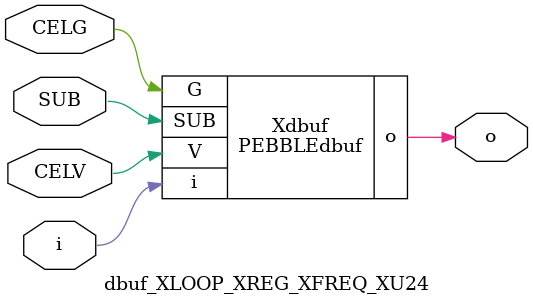
<source format=v>



module PEBBLEdbuf ( o, G, SUB, V, i );

  input V;
  input i;
  input G;
  output o;
  input SUB;
endmodule

//Celera Confidential Do Not Copy dbuf_XLOOP_XREG_XFREQ_XU24
//Celera Confidential Symbol Generator
//Digital Buffer
module dbuf_XLOOP_XREG_XFREQ_XU24 (CELV,CELG,i,o,SUB);
input CELV;
input CELG;
input i;
input SUB;
output o;

//Celera Confidential Do Not Copy dbuf
PEBBLEdbuf Xdbuf(
.V (CELV),
.i (i),
.o (o),
.SUB (SUB),
.G (CELG)
);
//,diesize,PEBBLEdbuf

//Celera Confidential Do Not Copy Module End
//Celera Schematic Generator
endmodule

</source>
